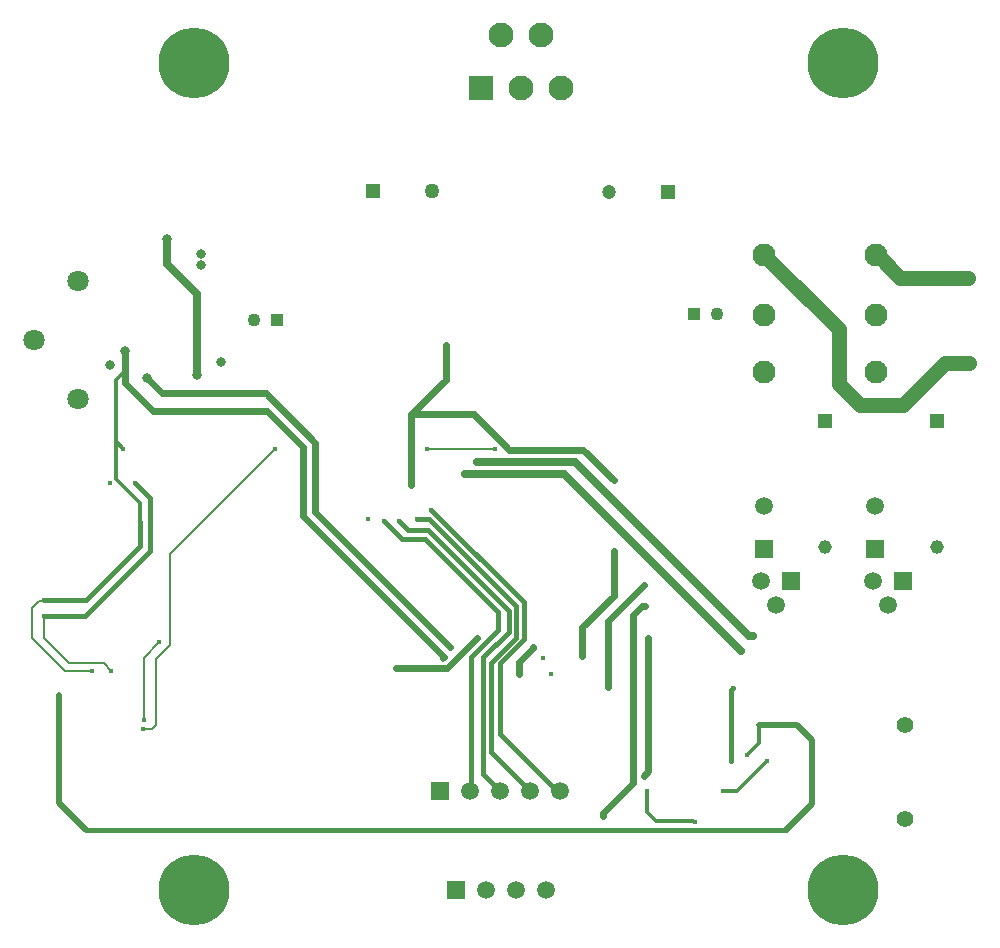
<source format=gbl>
G04*
G04 #@! TF.GenerationSoftware,Altium Limited,Altium Designer,20.0.13 (296)*
G04*
G04 Layer_Physical_Order=2*
G04 Layer_Color=16711680*
%FSLAX44Y44*%
%MOMM*%
G71*
G01*
G75*
%ADD10C,0.2000*%
%ADD13C,0.4000*%
%ADD17C,0.3000*%
%ADD105C,0.6000*%
%ADD106C,0.5000*%
%ADD108C,0.7000*%
%ADD109C,1.3000*%
%ADD111C,1.5000*%
%ADD112R,1.5000X1.5000*%
%ADD113C,1.9500*%
%ADD114C,1.5080*%
%ADD115R,1.5080X1.5080*%
%ADD116R,2.1000X2.1000*%
%ADD117C,2.1000*%
%ADD118C,0.8000*%
%ADD119C,1.8000*%
%ADD120R,1.2000X1.2000*%
%ADD121C,1.2000*%
%ADD122R,1.2750X1.2750*%
%ADD123C,1.2750*%
%ADD124R,1.1000X1.1000*%
%ADD125C,1.1000*%
%ADD126C,1.4000*%
%ADD127R,1.1500X1.1500*%
%ADD128C,1.1500*%
%ADD129R,1.5150X1.5150*%
%ADD130C,1.5150*%
%ADD131C,0.5000*%
%ADD132C,0.4000*%
%ADD133C,1.0000*%
%ADD134C,6.0000*%
D10*
X426005Y13970D02*
X483870D01*
X256540Y-26670D02*
X297180Y13970D01*
X208280Y-74930D02*
X256540Y-26670D01*
X208280Y-152400D02*
Y-74930D01*
X196850Y-163830D02*
X208280Y-152400D01*
X196850Y-219710D02*
Y-163830D01*
X193040Y-223520D02*
X196850Y-219710D01*
X185420Y-223520D02*
X193040D01*
X101517Y-127827D02*
X101600Y-127910D01*
Y-146050D02*
Y-127910D01*
Y-146050D02*
X123190Y-167640D01*
X152400D02*
X158750Y-173990D01*
X123190Y-167640D02*
X152400D01*
X101217Y-114683D02*
X101600Y-114300D01*
X97407Y-114683D02*
X101217D01*
X91440Y-120650D02*
X97407Y-114683D01*
X91440Y-146050D02*
Y-120650D01*
X119380Y-173990D02*
X142240D01*
X91440Y-146050D02*
X119380Y-173990D01*
X186190Y-215740D02*
Y-163060D01*
X199390Y-149860D01*
D13*
X683811Y-250571D02*
Y-190257D01*
X685429Y-188640D01*
X462280Y-275590D02*
X463550Y-274320D01*
Y-162560D01*
X137160Y-308610D02*
X730250D01*
X473710Y-261620D02*
X487680Y-275590D01*
X480060Y-242570D02*
X513080Y-275590D01*
X535940D02*
X538480D01*
X506730Y-246380D02*
X535940Y-275590D01*
X487680Y-227330D02*
X506730Y-246380D01*
X486410Y-139700D02*
Y-124460D01*
X463550Y-162560D02*
X486410Y-139700D01*
X424180Y-62230D02*
X486410Y-124460D01*
X389890Y-46990D02*
X405130Y-62230D01*
X424180D01*
X473710Y-261620D02*
Y-162560D01*
X495300Y-140970D01*
Y-123190D01*
X426720Y-54610D02*
X495300Y-123190D01*
X410210Y-54610D02*
X426720D01*
X402590Y-46990D02*
X410210Y-54610D01*
X480060Y-242570D02*
Y-167640D01*
X501650Y-146050D01*
Y-119380D01*
X427740Y-45470D02*
X501650Y-119380D01*
X418080Y-45470D02*
X427740D01*
X487680Y-227330D02*
Y-167640D01*
X508000Y-147320D01*
Y-115570D01*
X429900Y-37470D02*
X508000Y-115570D01*
X179070Y-15240D02*
X191770Y-27940D01*
Y-72390D02*
Y-27940D01*
X136333Y-127827D02*
X191770Y-72390D01*
X101517Y-127827D02*
X136333D01*
X182880Y-68580D02*
Y-48260D01*
X137160Y-114300D02*
X182880Y-68580D01*
X101600Y-114300D02*
X137160D01*
D17*
X619760Y-300990D02*
X651510D01*
X652780Y-302260D01*
X612140Y-293370D02*
Y-275590D01*
Y-293370D02*
X619760Y-300990D01*
X697230Y-245110D02*
X707390Y-234950D01*
Y-219710D01*
X676910Y-275590D02*
X688340D01*
X713990Y-249940D01*
X162560Y20320D02*
Y72390D01*
Y-11430D02*
Y20320D01*
X168910Y13970D01*
X162560Y-11430D02*
X182880Y-31750D01*
X162560Y72390D02*
X170180Y80010D01*
X182880Y-48260D02*
Y-31750D01*
D105*
X557530Y-161290D02*
Y-137160D01*
X584200Y-110490D02*
Y-72390D01*
X557530Y-137160D02*
X584200Y-110490D01*
X495935Y13335D02*
X558165D01*
X584200Y-12700D01*
X412750Y43180D02*
X466090D01*
X495935Y13335D01*
X575310Y-297180D02*
Y-294640D01*
X441960Y72390D02*
Y101600D01*
X412750Y-16510D02*
Y43180D01*
X441960Y72390D01*
X321310Y-43180D02*
X440690Y-162560D01*
X400050Y-171450D02*
X443209D01*
X468256Y-146404D01*
X504190Y-176530D02*
Y-166370D01*
X515620Y-154940D02*
Y-153670D01*
X504190Y-166370D02*
X515620Y-154940D01*
X331470Y-39370D02*
X445770Y-153670D01*
X331470Y-39370D02*
Y19050D01*
X289560Y60960D02*
X331470Y19050D01*
X290830Y45720D02*
X321310Y15240D01*
Y-43180D02*
Y15240D01*
X579120Y-132080D02*
X609600Y-101600D01*
X579120Y-187960D02*
Y-132080D01*
X608330Y-119380D02*
X610870D01*
X600710Y-127000D02*
X608330Y-119380D01*
X600710Y-269240D02*
Y-127000D01*
X575310Y-294640D02*
X600710Y-269240D01*
X613410Y-147320D02*
Y-146050D01*
Y-259080D02*
Y-147320D01*
X609600Y-262890D02*
X613410Y-259080D01*
X170180Y80010D02*
Y96520D01*
Y69850D02*
Y80010D01*
X194310Y45720D02*
X290830D01*
X170180Y69850D02*
X194310Y45720D01*
X189085Y73660D02*
X201785Y60960D01*
X289560D01*
D106*
X114555Y-286005D02*
X137160Y-308610D01*
X730250D02*
X751840Y-287020D01*
X739140Y-219710D02*
X751840Y-232410D01*
X707390Y-219710D02*
X739140D01*
X751840Y-287020D02*
Y-232410D01*
X114555Y-286005D02*
Y-194055D01*
D108*
X459740Y-7620D02*
X542290D01*
X458470D02*
X459740D01*
X542290D02*
X692150Y-157480D01*
X551180Y2540D02*
X698500Y-144780D01*
X702310D01*
X468630Y2540D02*
X551180D01*
X205740Y170180D02*
Y191770D01*
X231140Y76200D02*
Y144780D01*
X205740Y170180D02*
X231140Y144780D01*
D109*
X829310Y50800D02*
X864870Y86360D01*
X792480Y50800D02*
X829310D01*
X864870Y86360D02*
X885190D01*
X774700Y68580D02*
X792480Y50800D01*
X774700Y68580D02*
Y73660D01*
Y115240D01*
X711892Y178048D02*
X774700Y115240D01*
X852170Y158750D02*
X883975D01*
X826891D02*
X852170D01*
X806074Y179568D02*
X826891Y158750D01*
D111*
X527050Y-359410D02*
D03*
X501650D02*
D03*
X476250D02*
D03*
X538480Y-275590D02*
D03*
X513080D02*
D03*
X487680D02*
D03*
X462280D02*
D03*
D112*
X450850Y-359410D02*
D03*
X436880Y-275590D02*
D03*
D113*
X805992Y177917D02*
D03*
Y127118D02*
D03*
Y78857D02*
D03*
X711892Y178048D02*
D03*
Y127248D02*
D03*
Y78988D02*
D03*
D114*
X805351Y-34573D02*
D03*
X711252Y-34442D02*
D03*
D115*
X805351Y-71002D02*
D03*
X711252Y-70872D02*
D03*
D116*
X471950Y319890D02*
D03*
D117*
X505950D02*
D03*
X539950D02*
D03*
X488950Y364490D02*
D03*
X522950D02*
D03*
D118*
X234950Y179070D02*
D03*
Y169370D02*
D03*
X251460Y87630D02*
D03*
X189085Y73660D02*
D03*
X157480Y85090D02*
D03*
X170180Y96520D02*
D03*
X231140Y76200D02*
D03*
X205740Y191770D02*
D03*
D119*
X130810Y156210D02*
D03*
Y56210D02*
D03*
X93810Y106210D02*
D03*
D120*
X630390Y231140D02*
D03*
D121*
X580390D02*
D03*
D122*
X380530Y232410D02*
D03*
D123*
X430530D02*
D03*
D124*
X651830Y128270D02*
D03*
X299400Y123190D02*
D03*
D125*
X671830Y128270D02*
D03*
X279400Y123190D02*
D03*
D126*
X830580Y-299690D02*
D03*
Y-219690D02*
D03*
D127*
X858162Y37670D02*
D03*
X763424Y37904D02*
D03*
D128*
X858162Y-69330D02*
D03*
X763424Y-69096D02*
D03*
D129*
X828796Y-98057D02*
D03*
X734060Y-98110D02*
D03*
D130*
X803396Y-98057D02*
D03*
X816096Y-118057D02*
D03*
X708660Y-98110D02*
D03*
X721360Y-118110D02*
D03*
D131*
X439785Y-163758D02*
D03*
D132*
X557530Y-161290D02*
D03*
X685429Y-188640D02*
D03*
X683811Y-250571D02*
D03*
X426005Y13975D02*
D03*
X584200Y-72390D02*
D03*
Y-12700D02*
D03*
X412750Y43180D02*
D03*
X185420Y-223490D02*
D03*
X575310Y-297180D02*
D03*
X441960Y101600D02*
D03*
X412750Y-16510D02*
D03*
X400050Y-171450D02*
D03*
X468256Y-146404D02*
D03*
X504190Y-176530D02*
D03*
X530860D02*
D03*
X445770Y-153670D02*
D03*
X524510Y-163318D02*
D03*
X515620Y-153670D02*
D03*
X297180Y13970D02*
D03*
X402590Y-46990D02*
D03*
X389890D02*
D03*
X375920Y-45720D02*
D03*
X418080Y-45470D02*
D03*
X429900Y-37470D02*
D03*
X483870Y13970D02*
D03*
X459740Y-7620D02*
D03*
X692150Y-157480D02*
D03*
X468630Y2540D02*
D03*
X702310Y-144780D02*
D03*
X609600Y-101600D02*
D03*
X579120Y-187960D02*
D03*
X610870Y-119380D02*
D03*
X613410Y-147320D02*
D03*
X609600Y-262890D02*
D03*
X652780Y-302260D02*
D03*
X612140Y-275590D02*
D03*
X114555Y-194055D02*
D03*
X707390Y-219710D02*
D03*
X676910Y-275590D02*
D03*
X713990Y-249940D02*
D03*
X697230Y-245110D02*
D03*
X142240Y-173990D02*
D03*
X158750D02*
D03*
X199390Y-149860D02*
D03*
X186190Y-215740D02*
D03*
X179070Y-15240D02*
D03*
X101517Y-127827D02*
D03*
X101600Y-114300D02*
D03*
X157480Y-15240D02*
D03*
X168910Y13970D02*
D03*
X182880Y-48260D02*
D03*
D133*
X883975Y159464D02*
D03*
X885190Y86360D02*
D03*
D134*
X228600Y340590D02*
D03*
X778600D02*
D03*
Y-359410D02*
D03*
X228600D02*
D03*
M02*

</source>
